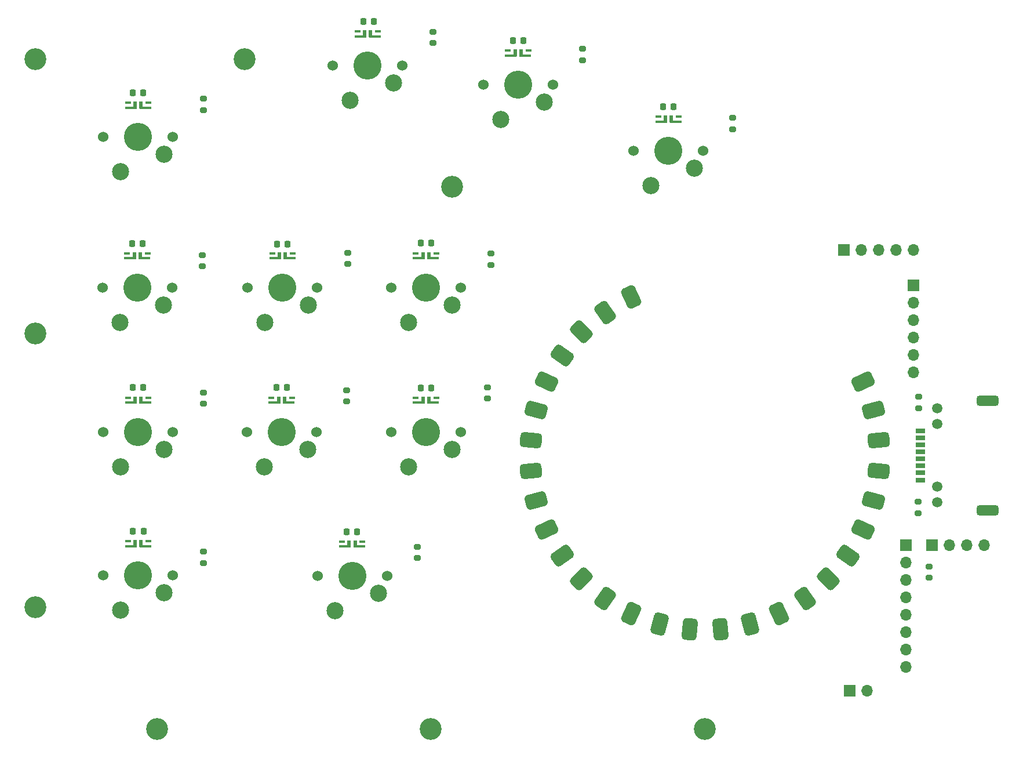
<source format=gbr>
%TF.GenerationSoftware,KiCad,Pcbnew,(6.0.9)*%
%TF.CreationDate,2023-01-29T02:38:54+01:00*%
%TF.ProjectId,PICO DEV M3 KEYPAD,5049434f-2044-4455-9620-4d33204b4559,0.1*%
%TF.SameCoordinates,Original*%
%TF.FileFunction,Soldermask,Top*%
%TF.FilePolarity,Negative*%
%FSLAX46Y46*%
G04 Gerber Fmt 4.6, Leading zero omitted, Abs format (unit mm)*
G04 Created by KiCad (PCBNEW (6.0.9)) date 2023-01-29 02:38:54*
%MOMM*%
%LPD*%
G01*
G04 APERTURE LIST*
G04 Aperture macros list*
%AMRoundRect*
0 Rectangle with rounded corners*
0 $1 Rounding radius*
0 $2 $3 $4 $5 $6 $7 $8 $9 X,Y pos of 4 corners*
0 Add a 4 corners polygon primitive as box body*
4,1,4,$2,$3,$4,$5,$6,$7,$8,$9,$2,$3,0*
0 Add four circle primitives for the rounded corners*
1,1,$1+$1,$2,$3*
1,1,$1+$1,$4,$5*
1,1,$1+$1,$6,$7*
1,1,$1+$1,$8,$9*
0 Add four rect primitives between the rounded corners*
20,1,$1+$1,$2,$3,$4,$5,0*
20,1,$1+$1,$4,$5,$6,$7,0*
20,1,$1+$1,$6,$7,$8,$9,0*
20,1,$1+$1,$8,$9,$2,$3,0*%
G04 Aperture macros list end*
%ADD10C,3.200000*%
%ADD11RoundRect,0.225000X-0.225000X-0.250000X0.225000X-0.250000X0.225000X0.250000X-0.225000X0.250000X0*%
%ADD12R,1.700000X1.700000*%
%ADD13O,1.700000X1.700000*%
%ADD14C,4.100000*%
%ADD15C,1.524000*%
%ADD16R,0.850000X0.400000*%
%ADD17R,1.750000X0.400000*%
%ADD18R,0.500000X1.100000*%
%ADD19C,2.500000*%
%ADD20RoundRect,0.200000X0.275000X-0.200000X0.275000X0.200000X-0.275000X0.200000X-0.275000X-0.200000X0*%
%ADD21RoundRect,0.039370X-0.635630X0.260630X-0.635630X-0.260630X0.635630X-0.260630X0.635630X0.260630X0*%
%ADD22C,1.500000*%
%ADD23RoundRect,0.375000X-1.225000X0.375000X-1.225000X-0.375000X1.225000X-0.375000X1.225000X0.375000X0*%
%ADD24RoundRect,0.200000X-0.275000X0.200000X-0.275000X-0.200000X0.275000X-0.200000X0.275000X0.200000X0*%
%ADD25RoundRect,0.550000X-0.942469X0.718854X-0.054307X-1.184082X0.942469X-0.718854X0.054307X1.184082X0*%
%ADD26RoundRect,0.550000X-1.052979X0.544275X0.152132X-1.175524X1.052979X-0.544275X-0.152132X1.175524X0*%
%ADD27RoundRect,0.550000X-1.131494X0.353158X0.353948X-1.131247X1.131494X-0.353158X-0.353948X1.131247X0*%
%ADD28RoundRect,0.550000X-1.175630X0.151311X0.545010X-1.052599X1.175630X-0.151311X-0.545010X1.052599X0*%
%ADD29RoundRect,0.550000X-1.184044X-0.055133X0.719512X-0.941967X1.184044X0.055133X-0.719512X0.941967X0*%
%ADD30RoundRect,0.550000X-1.156482X-0.259903X0.872152X-0.802715X1.156482X0.259903X-0.872152X0.802715X0*%
%ADD31RoundRect,0.550000X-1.093781X-0.456775X0.998292X-0.639072X1.093781X0.456775X-0.998292X0.639072X0*%
%ADD32RoundRect,0.550000X-0.997846X-0.639769X1.094099X-0.456012X0.997846X0.639769X-1.094099X0.456012X0*%
%ADD33RoundRect,0.550000X-0.871591X-0.803323X1.156663X-0.259095X0.871591X0.803323X-1.156663X0.259095X0*%
%ADD34RoundRect,0.550000X-0.718854X-0.942469X1.184082X-0.054307X0.718854X0.942469X-1.184082X0.054307X0*%
%ADD35RoundRect,0.550000X-0.544275X-1.052979X1.175524X0.152132X0.544275X1.052979X-1.175524X-0.152132X0*%
%ADD36RoundRect,0.550000X-0.353158X-1.131494X1.131247X0.353948X0.353158X1.131494X-1.131247X-0.353948X0*%
%ADD37RoundRect,0.550000X-0.151311X-1.175630X1.052599X0.545010X0.151311X1.175630X-1.052599X-0.545010X0*%
%ADD38RoundRect,0.550000X0.055133X-1.184044X0.941967X0.719512X-0.055133X1.184044X-0.941967X-0.719512X0*%
%ADD39RoundRect,0.550000X0.259903X-1.156482X0.802715X0.872152X-0.259903X1.156482X-0.802715X-0.872152X0*%
%ADD40RoundRect,0.550000X0.456775X-1.093781X0.639072X0.998292X-0.456775X1.093781X-0.639072X-0.998292X0*%
%ADD41RoundRect,0.550000X0.639769X-0.997846X0.456012X1.094099X-0.639769X0.997846X-0.456012X-1.094099X0*%
%ADD42RoundRect,0.550000X0.803323X-0.871591X0.259095X1.156663X-0.803323X0.871591X-0.259095X-1.156663X0*%
%ADD43RoundRect,0.550000X0.942469X-0.718854X0.054307X1.184082X-0.942469X0.718854X-0.054307X-1.184082X0*%
%ADD44RoundRect,0.550000X1.052979X-0.544275X-0.152132X1.175524X-1.052979X0.544275X0.152132X-1.175524X0*%
%ADD45RoundRect,0.550000X1.131494X-0.353158X-0.353948X1.131247X-1.131494X0.353158X0.353948X-1.131247X0*%
%ADD46RoundRect,0.550000X1.175630X-0.151311X-0.545010X1.052599X-1.175630X0.151311X0.545010X-1.052599X0*%
%ADD47RoundRect,0.550000X1.184044X0.055133X-0.719512X0.941967X-1.184044X-0.055133X0.719512X-0.941967X0*%
%ADD48RoundRect,0.550000X1.156482X0.259903X-0.872152X0.802715X-1.156482X-0.259903X0.872152X-0.802715X0*%
%ADD49RoundRect,0.550000X1.093781X0.456775X-0.998292X0.639072X-1.093781X-0.456775X0.998292X-0.639072X0*%
%ADD50RoundRect,0.550000X0.997846X0.639769X-1.094099X0.456012X-0.997846X-0.639769X1.094099X-0.456012X0*%
%ADD51RoundRect,0.550000X0.871591X0.803323X-1.156663X0.259095X-0.871591X-0.803323X1.156663X-0.259095X0*%
%ADD52RoundRect,0.550000X0.718854X0.942469X-1.184082X0.054307X-0.718854X-0.942469X1.184082X-0.054307X0*%
G04 APERTURE END LIST*
D10*
%TO.C,*%
X61188600Y-130860800D03*
X158953200Y-148640800D03*
X61188600Y-90881200D03*
X61176600Y-50866400D03*
X91719400Y-50850800D03*
X118948200Y-148615400D03*
X122047000Y-69494400D03*
X78943200Y-148640800D03*
%TD*%
D11*
%TO.C,C10*%
X75412000Y-98806000D03*
X76962000Y-98806000D03*
%TD*%
D12*
%TO.C,J4*%
X179324000Y-78740000D03*
D13*
X181864000Y-78740000D03*
X184404000Y-78740000D03*
X186944000Y-78740000D03*
X189484000Y-78740000D03*
%TD*%
D14*
%TO.C,MK8*%
X118237000Y-105283000D03*
D15*
X113157000Y-105283000D03*
X123317000Y-105283000D03*
D16*
X116734704Y-100283000D03*
D17*
X117184703Y-100983000D03*
D18*
X117809703Y-100633000D03*
D16*
X119734703Y-100283000D03*
D17*
X119284704Y-100983000D03*
D18*
X118659704Y-100633000D03*
D19*
X122047000Y-107823000D03*
X115697000Y-110363000D03*
%TD*%
D20*
%TO.C,R4*%
X141097000Y-50990000D03*
X141097000Y-49340000D03*
%TD*%
D12*
%TO.C,J1*%
X192176400Y-121793000D03*
D13*
X194716400Y-121793000D03*
X197256400Y-121793000D03*
X199796400Y-121793000D03*
%TD*%
D20*
%TO.C,R7*%
X127762000Y-80898000D03*
X127762000Y-79248000D03*
%TD*%
D11*
%TO.C,C1*%
X152882000Y-57785000D03*
X154432000Y-57785000D03*
%TD*%
D15*
%TO.C,MK2*%
X136779000Y-54610000D03*
D14*
X131699000Y-54610000D03*
D15*
X126619000Y-54610000D03*
D16*
X130196704Y-49610000D03*
D18*
X131271703Y-49960000D03*
D17*
X130646703Y-50310000D03*
D16*
X133196703Y-49610000D03*
D17*
X132746704Y-50310000D03*
D18*
X132121704Y-49960000D03*
D19*
X135509000Y-57150000D03*
X129159000Y-59690000D03*
%TD*%
D11*
%TO.C,C5*%
X117449000Y-77724000D03*
X118999000Y-77724000D03*
%TD*%
%TO.C,C6*%
X96469200Y-77851000D03*
X98019200Y-77851000D03*
%TD*%
D20*
%TO.C,R10*%
X127254000Y-100393000D03*
X127254000Y-98743000D03*
%TD*%
%TO.C,R11*%
X106680000Y-100837000D03*
X106680000Y-99187000D03*
%TD*%
%TO.C,R8*%
X106807000Y-80771000D03*
X106807000Y-79121000D03*
%TD*%
D15*
%TO.C,MK1*%
X158750000Y-64262000D03*
X148590000Y-64262000D03*
D14*
X153670000Y-64262000D03*
D16*
X152167704Y-59262000D03*
D18*
X153242703Y-59612000D03*
D17*
X152617703Y-59962000D03*
D16*
X155167703Y-59262000D03*
D17*
X154717704Y-59962000D03*
D18*
X154092704Y-59612000D03*
D19*
X157480000Y-66802000D03*
X151130000Y-69342000D03*
%TD*%
D12*
%TO.C,J5*%
X189454000Y-83845000D03*
D13*
X189454000Y-86385000D03*
X189454000Y-88925000D03*
X189454000Y-91465000D03*
X189454000Y-94005000D03*
X189454000Y-96545000D03*
%TD*%
D21*
%TO.C,SERIAL_CONN1*%
X190474800Y-105138600D03*
X190474800Y-106158600D03*
X190474800Y-107178600D03*
X190474800Y-108198600D03*
X190474800Y-109218600D03*
X190474800Y-110238600D03*
X190474800Y-111258600D03*
X190474800Y-112278600D03*
D22*
X192958800Y-115566600D03*
X192958800Y-113276600D03*
X192958800Y-104136600D03*
X192958800Y-101846600D03*
D23*
X200318800Y-116731600D03*
X200318800Y-100681600D03*
%TD*%
D15*
%TO.C,MK5*%
X113157000Y-84201000D03*
D14*
X118237000Y-84201000D03*
D15*
X123317000Y-84201000D03*
D16*
X116734704Y-79201000D03*
D18*
X117809703Y-79551000D03*
D17*
X117184703Y-79901000D03*
D16*
X119734703Y-79201000D03*
D18*
X118659704Y-79551000D03*
D17*
X119284704Y-79901000D03*
D19*
X122047000Y-86741000D03*
X115697000Y-89281000D03*
%TD*%
D24*
%TO.C,R15*%
X191770000Y-124905000D03*
X191770000Y-126555000D03*
%TD*%
D11*
%TO.C,C4*%
X75412000Y-55753000D03*
X76962000Y-55753000D03*
%TD*%
D15*
%TO.C,MK12*%
X71120000Y-126238000D03*
X81280000Y-126238000D03*
D14*
X76200000Y-126238000D03*
D16*
X74697704Y-121238000D03*
D18*
X75772703Y-121588000D03*
D17*
X75147703Y-121938000D03*
D16*
X77697703Y-121238000D03*
D17*
X77247704Y-121938000D03*
D18*
X76622704Y-121588000D03*
D19*
X80010000Y-128778000D03*
X73660000Y-131318000D03*
%TD*%
D25*
%TO.C,U1*%
X148225575Y-85597592D03*
D26*
X144375549Y-87820406D03*
D27*
X140970000Y-90678000D03*
D28*
X138112406Y-94083548D03*
D29*
X135889592Y-97933574D03*
D30*
X134369098Y-102111098D03*
D31*
X133597123Y-106489186D03*
D32*
X133597123Y-110934813D03*
D33*
X134369098Y-115312902D03*
D34*
X135889592Y-119490425D03*
D35*
X138112406Y-123340451D03*
D36*
X140970000Y-126746000D03*
D37*
X144375548Y-129603594D03*
D38*
X148225574Y-131826408D03*
D39*
X152403098Y-133346902D03*
D40*
X156781186Y-134118877D03*
D41*
X161226813Y-134118877D03*
D42*
X165604902Y-133346902D03*
D43*
X169782425Y-131826408D03*
D44*
X173632451Y-129603594D03*
D45*
X177038000Y-126746000D03*
D46*
X179895594Y-123340452D03*
D47*
X182118408Y-119490426D03*
D48*
X183638902Y-115312902D03*
D49*
X184410877Y-110934814D03*
D50*
X184410877Y-106489187D03*
D51*
X183638902Y-102111098D03*
D52*
X182118408Y-97933575D03*
%TD*%
D20*
%TO.C,R6*%
X85725000Y-58292000D03*
X85725000Y-56642000D03*
%TD*%
D12*
%TO.C,J3*%
X188315600Y-121843800D03*
D13*
X188315600Y-124383800D03*
X188315600Y-126923800D03*
X188315600Y-129463800D03*
X188315600Y-132003800D03*
X188315600Y-134543800D03*
X188315600Y-137083800D03*
X188315600Y-139623800D03*
%TD*%
D20*
%TO.C,R14*%
X85725000Y-124396000D03*
X85725000Y-122746000D03*
%TD*%
D11*
%TO.C,C11*%
X106654000Y-119888000D03*
X108204000Y-119888000D03*
%TD*%
D15*
%TO.C,MK7*%
X81153000Y-84201000D03*
D14*
X76073000Y-84201000D03*
D15*
X70993000Y-84201000D03*
D16*
X74570704Y-79201000D03*
D18*
X75645703Y-79551000D03*
D17*
X75020703Y-79901000D03*
D16*
X77570703Y-79201000D03*
D18*
X76495704Y-79551000D03*
D17*
X77120704Y-79901000D03*
D19*
X79883000Y-86741000D03*
X73533000Y-89281000D03*
%TD*%
D20*
%TO.C,R3*%
X163068000Y-61086000D03*
X163068000Y-59436000D03*
%TD*%
%TO.C,R9*%
X85598000Y-81089000D03*
X85598000Y-79439000D03*
%TD*%
D12*
%TO.C,J2*%
X180131400Y-143027800D03*
D13*
X182671400Y-143027800D03*
%TD*%
D14*
%TO.C,MK6*%
X97282000Y-84201000D03*
D15*
X102362000Y-84201000D03*
X92202000Y-84201000D03*
D16*
X95779704Y-79201000D03*
D18*
X96854703Y-79551000D03*
D17*
X96229703Y-79901000D03*
D16*
X98779703Y-79201000D03*
D17*
X98329704Y-79901000D03*
D18*
X97704704Y-79551000D03*
D19*
X101092000Y-86741000D03*
X94742000Y-89281000D03*
%TD*%
D14*
%TO.C,MK3*%
X109728000Y-51816000D03*
D15*
X114808000Y-51816000D03*
X104648000Y-51816000D03*
D16*
X108225704Y-46816000D03*
D18*
X109300703Y-47166000D03*
D17*
X108675703Y-47516000D03*
D16*
X111225703Y-46816000D03*
D17*
X110775704Y-47516000D03*
D18*
X110150704Y-47166000D03*
D19*
X113538000Y-54356000D03*
X107188000Y-56896000D03*
%TD*%
D14*
%TO.C,MK11*%
X107454700Y-126276100D03*
D15*
X102374700Y-126276100D03*
X112534700Y-126276100D03*
D16*
X105952404Y-121276100D03*
D18*
X107027403Y-121626100D03*
D17*
X106402403Y-121976100D03*
D16*
X108952403Y-121276100D03*
D18*
X107877404Y-121626100D03*
D17*
X108502404Y-121976100D03*
D19*
X111264700Y-128816100D03*
X104914700Y-131356100D03*
%TD*%
D11*
%TO.C,C12*%
X75425000Y-119761000D03*
X76975000Y-119761000D03*
%TD*%
%TO.C,C8*%
X117462000Y-98831400D03*
X119012000Y-98831400D03*
%TD*%
%TO.C,C9*%
X96380000Y-98806000D03*
X97930000Y-98806000D03*
%TD*%
D20*
%TO.C,R12*%
X85725000Y-101155000D03*
X85725000Y-99505000D03*
%TD*%
D14*
%TO.C,MK9*%
X97155000Y-105283000D03*
D15*
X92075000Y-105283000D03*
X102235000Y-105283000D03*
D16*
X95652704Y-100283000D03*
D18*
X96727703Y-100633000D03*
D17*
X96102703Y-100983000D03*
D16*
X98652703Y-100283000D03*
D18*
X97577704Y-100633000D03*
D17*
X98202704Y-100983000D03*
D19*
X100965000Y-107823000D03*
X94615000Y-110363000D03*
%TD*%
D11*
%TO.C,C7*%
X75311000Y-77774800D03*
X76861000Y-77774800D03*
%TD*%
D20*
%TO.C,R13*%
X116967000Y-123698000D03*
X116967000Y-122048000D03*
%TD*%
D11*
%TO.C,C3*%
X109093000Y-45339000D03*
X110643000Y-45339000D03*
%TD*%
%TO.C,C2*%
X130937000Y-48133000D03*
X132487000Y-48133000D03*
%TD*%
D15*
%TO.C,MK4*%
X71120000Y-62230000D03*
X81280000Y-62230000D03*
D14*
X76200000Y-62230000D03*
D16*
X74697704Y-57230000D03*
D17*
X75147703Y-57930000D03*
D18*
X75772703Y-57580000D03*
D16*
X77697703Y-57230000D03*
D17*
X77247704Y-57930000D03*
D18*
X76622704Y-57580000D03*
D19*
X80010000Y-64770000D03*
X73660000Y-67310000D03*
%TD*%
D24*
%TO.C,R2*%
X190195200Y-100152200D03*
X190195200Y-101802200D03*
%TD*%
D20*
%TO.C,R1*%
X190169800Y-117144800D03*
X190169800Y-115494800D03*
%TD*%
D14*
%TO.C,MK10*%
X76200000Y-105283000D03*
D15*
X81280000Y-105283000D03*
X71120000Y-105283000D03*
D16*
X74697704Y-100283000D03*
D18*
X75772703Y-100633000D03*
D17*
X75147703Y-100983000D03*
D16*
X77697703Y-100283000D03*
D17*
X77247704Y-100983000D03*
D18*
X76622704Y-100633000D03*
D19*
X80010000Y-107823000D03*
X73660000Y-110363000D03*
%TD*%
D20*
%TO.C,R5*%
X119253000Y-48513000D03*
X119253000Y-46863000D03*
%TD*%
M02*

</source>
